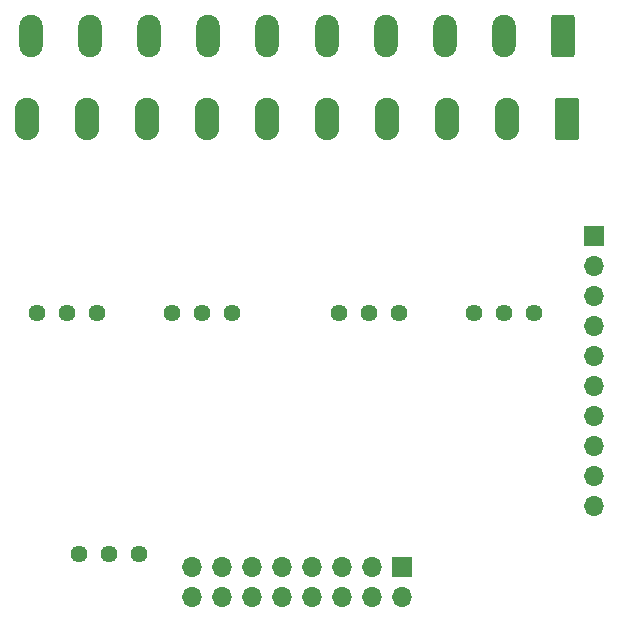
<source format=gbr>
%TF.GenerationSoftware,KiCad,Pcbnew,6.0.8+dfsg-1~bpo11+1*%
%TF.CreationDate,2022-10-31T17:33:22+01:00*%
%TF.ProjectId,rib4inAd_00,72696234-696e-4416-945f-30302e6b6963,rev?*%
%TF.SameCoordinates,Original*%
%TF.FileFunction,Soldermask,Bot*%
%TF.FilePolarity,Negative*%
%FSLAX46Y46*%
G04 Gerber Fmt 4.6, Leading zero omitted, Abs format (unit mm)*
G04 Created by KiCad (PCBNEW 6.0.8+dfsg-1~bpo11+1) date 2022-10-31 17:33:22*
%MOMM*%
%LPD*%
G01*
G04 APERTURE LIST*
G04 Aperture macros list*
%AMRoundRect*
0 Rectangle with rounded corners*
0 $1 Rounding radius*
0 $2 $3 $4 $5 $6 $7 $8 $9 X,Y pos of 4 corners*
0 Add a 4 corners polygon primitive as box body*
4,1,4,$2,$3,$4,$5,$6,$7,$8,$9,$2,$3,0*
0 Add four circle primitives for the rounded corners*
1,1,$1+$1,$2,$3*
1,1,$1+$1,$4,$5*
1,1,$1+$1,$6,$7*
1,1,$1+$1,$8,$9*
0 Add four rect primitives between the rounded corners*
20,1,$1+$1,$2,$3,$4,$5,0*
20,1,$1+$1,$4,$5,$6,$7,0*
20,1,$1+$1,$6,$7,$8,$9,0*
20,1,$1+$1,$8,$9,$2,$3,0*%
G04 Aperture macros list end*
%ADD10C,1.440000*%
%ADD11R,1.700000X1.700000*%
%ADD12O,1.700000X1.700000*%
%ADD13RoundRect,0.250000X0.750000X1.550000X-0.750000X1.550000X-0.750000X-1.550000X0.750000X-1.550000X0*%
%ADD14O,2.000000X3.600000*%
%ADD15RoundRect,0.249999X0.790001X1.550001X-0.790001X1.550001X-0.790001X-1.550001X0.790001X-1.550001X0*%
%ADD16O,2.080000X3.600000*%
G04 APERTURE END LIST*
D10*
%TO.C,RV5*%
X158560000Y-93710000D03*
X161100000Y-93710000D03*
X163640000Y-93710000D03*
%TD*%
%TO.C,RV1*%
X132990000Y-93680000D03*
X135530000Y-93680000D03*
X138070000Y-93680000D03*
%TD*%
%TO.C,RV2*%
X144380000Y-93710000D03*
X146920000Y-93710000D03*
X149460000Y-93710000D03*
%TD*%
D11*
%TO.C,J1*%
X180125000Y-87200000D03*
D12*
X180125000Y-89740000D03*
X180125000Y-92280000D03*
X180125000Y-94820000D03*
X180125000Y-97360000D03*
X180125000Y-99900000D03*
X180125000Y-102440000D03*
X180125000Y-104980000D03*
X180125000Y-107520000D03*
X180125000Y-110060000D03*
%TD*%
D11*
%TO.C,J2*%
X163865000Y-115225000D03*
D12*
X163865000Y-117765000D03*
X161325000Y-115225000D03*
X161325000Y-117765000D03*
X158785000Y-115225000D03*
X158785000Y-117765000D03*
X156245000Y-115225000D03*
X156245000Y-117765000D03*
X153705000Y-115225000D03*
X153705000Y-117765000D03*
X151165000Y-115225000D03*
X151165000Y-117765000D03*
X148625000Y-115225000D03*
X148625000Y-117765000D03*
X146085000Y-115225000D03*
X146085000Y-117765000D03*
%TD*%
D10*
%TO.C,RV6*%
X169960000Y-93700000D03*
X172500000Y-93700000D03*
X175040000Y-93700000D03*
%TD*%
%TO.C,RV4*%
X136560000Y-114150000D03*
X139100000Y-114150000D03*
X141640000Y-114150000D03*
%TD*%
D13*
%TO.C,J3*%
X177500000Y-70277500D03*
D14*
X172500000Y-70277500D03*
X167500000Y-70277500D03*
X162500000Y-70277500D03*
X157500000Y-70277500D03*
X152500000Y-70277500D03*
X147500000Y-70277500D03*
X142500000Y-70277500D03*
X137500000Y-70277500D03*
X132500000Y-70277500D03*
%TD*%
D15*
%TO.C,J4*%
X177860000Y-77277500D03*
D16*
X172780000Y-77277500D03*
X167700000Y-77277500D03*
X162620000Y-77277500D03*
X157540000Y-77277500D03*
X152460000Y-77277500D03*
X147380000Y-77277500D03*
X142300000Y-77277500D03*
X137220000Y-77277500D03*
X132140000Y-77277500D03*
%TD*%
M02*

</source>
